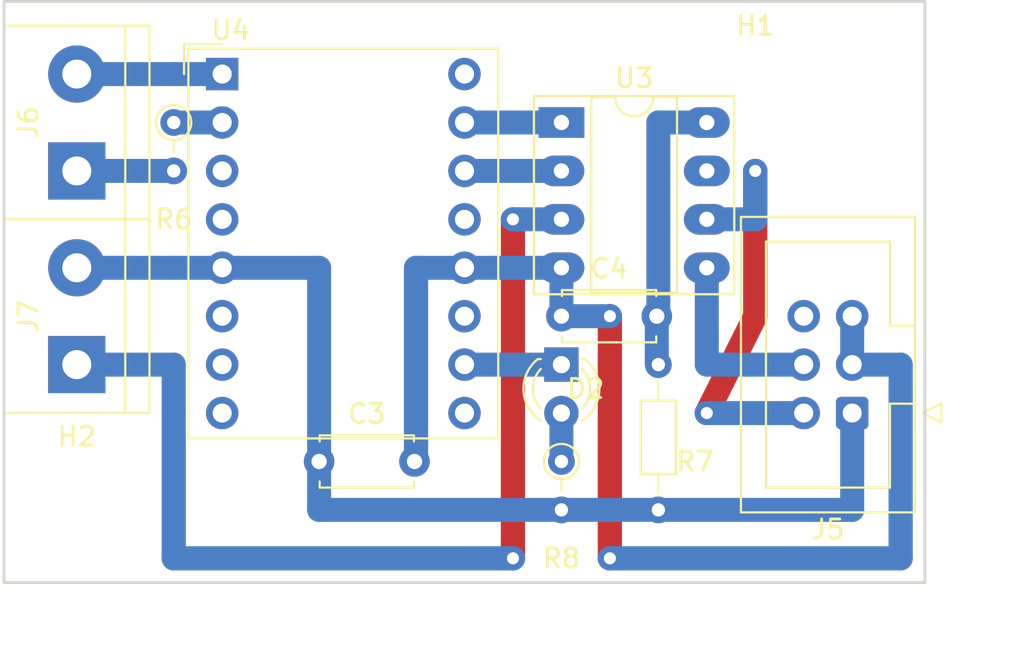
<source format=kicad_pcb>
(kicad_pcb (version 20171130) (host pcbnew "(5.1.9)-1")

  (general
    (thickness 1.6)
    (drawings 7)
    (tracks 52)
    (zones 0)
    (modules 13)
    (nets 14)
  )

  (page A4)
  (layers
    (0 F.Cu signal)
    (31 B.Cu signal)
    (32 B.Adhes user)
    (33 F.Adhes user)
    (34 B.Paste user)
    (35 F.Paste user)
    (36 B.SilkS user)
    (37 F.SilkS user)
    (38 B.Mask user)
    (39 F.Mask user)
    (40 Dwgs.User user)
    (41 Cmts.User user)
    (42 Eco1.User user)
    (43 Eco2.User user)
    (44 Edge.Cuts user)
    (45 Margin user)
    (46 B.CrtYd user)
    (47 F.CrtYd user)
    (48 B.Fab user hide)
    (49 F.Fab user hide)
  )

  (setup
    (last_trace_width 0.25)
    (user_trace_width 1.27)
    (trace_clearance 0.2)
    (zone_clearance 0.508)
    (zone_45_only no)
    (trace_min 0.2)
    (via_size 0.8)
    (via_drill 0.4)
    (via_min_size 0.4)
    (via_min_drill 0.3)
    (user_via 1.27 0.635)
    (uvia_size 0.3)
    (uvia_drill 0.1)
    (uvias_allowed no)
    (uvia_min_size 0.2)
    (uvia_min_drill 0.1)
    (edge_width 0.05)
    (segment_width 0.2)
    (pcb_text_width 0.3)
    (pcb_text_size 1.5 1.5)
    (mod_edge_width 0.12)
    (mod_text_size 1 1)
    (mod_text_width 0.15)
    (pad_size 1.524 1.524)
    (pad_drill 0.762)
    (pad_to_mask_clearance 0)
    (aux_axis_origin 0 0)
    (visible_elements 7FFDFFFF)
    (pcbplotparams
      (layerselection 0x00000_ffffffff)
      (usegerberextensions false)
      (usegerberattributes true)
      (usegerberadvancedattributes true)
      (creategerberjobfile true)
      (excludeedgelayer true)
      (linewidth 0.100000)
      (plotframeref false)
      (viasonmask false)
      (mode 1)
      (useauxorigin false)
      (hpglpennumber 1)
      (hpglpenspeed 20)
      (hpglpendiameter 15.000000)
      (psnegative false)
      (psa4output false)
      (plotreference true)
      (plotvalue true)
      (plotinvisibletext false)
      (padsonsilk false)
      (subtractmaskfromsilk false)
      (outputformat 4)
      (mirror false)
      (drillshape 0)
      (scaleselection 1)
      (outputdirectory "./"))
  )

  (net 0 "")
  (net 1 GNDD)
  (net 2 +5V)
  (net 3 "Net-(C4-Pad2)")
  (net 4 "Net-(D2-Pad2)")
  (net 5 "Net-(D2-Pad1)")
  (net 6 "Net-(J5-Pad4)")
  (net 7 "Net-(J5-Pad2)")
  (net 8 "Net-(J6-Pad2)")
  (net 9 "Net-(J6-Pad1)")
  (net 10 "Net-(R6-Pad1)")
  (net 11 "Net-(U3-Pad2)")
  (net 12 "Net-(U3-Pad1)")
  (net 13 "Net-(J7-Pad1)")

  (net_class Default "This is the default net class."
    (clearance 0.2)
    (trace_width 0.25)
    (via_dia 0.8)
    (via_drill 0.4)
    (uvia_dia 0.3)
    (uvia_drill 0.1)
    (add_net +5V)
    (add_net GNDD)
    (add_net "Net-(C4-Pad2)")
    (add_net "Net-(D2-Pad1)")
    (add_net "Net-(D2-Pad2)")
    (add_net "Net-(J5-Pad2)")
    (add_net "Net-(J5-Pad4)")
    (add_net "Net-(J6-Pad1)")
    (add_net "Net-(J6-Pad2)")
    (add_net "Net-(J7-Pad1)")
    (add_net "Net-(R6-Pad1)")
    (add_net "Net-(U3-Pad1)")
    (add_net "Net-(U3-Pad2)")
  )

  (module Display_7Segment:DA04-11SEKWA (layer F.Cu) (tedit 5A02FE84) (tstamp 6060019E)
    (at 162.56 88.9)
    (descr "http://www.kingbright.com/attachments/file/psearch/000/00/00/DA04-11SEKWA(Ver.9A).pdf")
    (tags "Dubble digit super bright orange 7 segment LED display")
    (path /6060DE6A)
    (fp_text reference U4 (at 0.45 -2.31) (layer F.SilkS)
      (effects (font (size 1 1) (thickness 0.15)))
    )
    (fp_text value PFS173-S16 (at 4.1 20.3) (layer F.Fab)
      (effects (font (size 1 1) (thickness 0.15)))
    )
    (fp_line (start -1.65 18.99) (end -1.65 -0.21) (layer F.Fab) (width 0.1))
    (fp_line (start 14.35 18.99) (end -1.65 18.99) (layer F.Fab) (width 0.1))
    (fp_line (start 14.35 -1.21) (end 14.35 18.99) (layer F.Fab) (width 0.1))
    (fp_line (start -0.65 -1.21) (end 14.35 -1.21) (layer F.Fab) (width 0.1))
    (fp_line (start -1.77 19.11) (end -1.77 -1.33) (layer F.SilkS) (width 0.12))
    (fp_line (start 14.47 19.11) (end -1.77 19.11) (layer F.SilkS) (width 0.12))
    (fp_line (start 14.47 -1.33) (end 14.47 19.11) (layer F.SilkS) (width 0.12))
    (fp_line (start -1.77 -1.33) (end 14.47 -1.33) (layer F.SilkS) (width 0.12))
    (fp_line (start -1.65 -0.21) (end -0.65 -1.21) (layer F.Fab) (width 0.1))
    (fp_line (start -1.9 19.24) (end -1.9 -1.46) (layer F.CrtYd) (width 0.05))
    (fp_line (start 14.6 19.24) (end -1.9 19.24) (layer F.CrtYd) (width 0.05))
    (fp_line (start 14.6 -1.46) (end 14.6 19.24) (layer F.CrtYd) (width 0.05))
    (fp_line (start -1.9 -1.46) (end 14.6 -1.46) (layer F.CrtYd) (width 0.05))
    (fp_line (start -2 -1.56) (end -2 0) (layer F.SilkS) (width 0.12))
    (fp_line (start -2 -1.56) (end 0 -1.56) (layer F.SilkS) (width 0.12))
    (fp_text user %R (at 7 9) (layer F.Fab)
      (effects (font (size 1 1) (thickness 0.15)))
    )
    (pad 16 thru_hole circle (at 12.7 0) (size 1.7 1.7) (drill 1) (layers *.Cu *.Mask))
    (pad 15 thru_hole circle (at 12.7 2.54) (size 1.7 1.7) (drill 1) (layers *.Cu *.Mask)
      (net 12 "Net-(U3-Pad1)"))
    (pad 14 thru_hole circle (at 12.7 5.08) (size 1.7 1.7) (drill 1) (layers *.Cu *.Mask)
      (net 11 "Net-(U3-Pad2)"))
    (pad 13 thru_hole circle (at 12.7 7.62) (size 1.7 1.7) (drill 1) (layers *.Cu *.Mask))
    (pad 12 thru_hole circle (at 12.7 10.16) (size 1.7 1.7) (drill 1) (layers *.Cu *.Mask)
      (net 1 GNDD))
    (pad 11 thru_hole circle (at 12.7 12.7) (size 1.7 1.7) (drill 1) (layers *.Cu *.Mask))
    (pad 10 thru_hole circle (at 12.7 15.24) (size 1.7 1.7) (drill 1) (layers *.Cu *.Mask)
      (net 5 "Net-(D2-Pad1)"))
    (pad 9 thru_hole circle (at 12.7 17.78) (size 1.7 1.7) (drill 1) (layers *.Cu *.Mask))
    (pad 8 thru_hole circle (at 0 17.78) (size 1.7 1.7) (drill 1) (layers *.Cu *.Mask))
    (pad 7 thru_hole circle (at 0 15.24) (size 1.7 1.7) (drill 1) (layers *.Cu *.Mask))
    (pad 6 thru_hole circle (at 0 12.7) (size 1.7 1.7) (drill 1) (layers *.Cu *.Mask))
    (pad 5 thru_hole circle (at 0 10.16) (size 1.7 1.7) (drill 1) (layers *.Cu *.Mask)
      (net 2 +5V))
    (pad 4 thru_hole circle (at 0 7.62) (size 1.7 1.7) (drill 1) (layers *.Cu *.Mask))
    (pad 3 thru_hole circle (at 0 5.08) (size 1.7 1.7) (drill 1) (layers *.Cu *.Mask))
    (pad 2 thru_hole circle (at 0 2.54) (size 1.7 1.7) (drill 1) (layers *.Cu *.Mask)
      (net 10 "Net-(R6-Pad1)"))
    (pad 1 thru_hole rect (at 0 0) (size 1.7 1.7) (drill 1) (layers *.Cu *.Mask)
      (net 8 "Net-(J6-Pad2)"))
    (model ${KISYS3DMOD}/Display_7Segment.3dshapes/DA04-11SEKWA.wrl
      (at (xyz 0 0 0))
      (scale (xyz 1 1 1))
      (rotate (xyz 0 0 0))
    )
  )

  (module MountingHole:MountingHole_3.2mm_M3_ISO7380 (layer F.Cu) (tedit 56D1B4CB) (tstamp 606001EB)
    (at 154.94 111.76)
    (descr "Mounting Hole 3.2mm, no annular, M3, ISO7380")
    (tags "mounting hole 3.2mm no annular m3 iso7380")
    (path /60631085)
    (attr virtual)
    (fp_text reference H2 (at 0 -3.85) (layer F.SilkS)
      (effects (font (size 1 1) (thickness 0.15)))
    )
    (fp_text value MountingHole (at 0 3.85) (layer F.Fab)
      (effects (font (size 1 1) (thickness 0.15)))
    )
    (fp_circle (center 0 0) (end 3.1 0) (layer F.CrtYd) (width 0.05))
    (fp_circle (center 0 0) (end 2.85 0) (layer Cmts.User) (width 0.15))
    (fp_text user %R (at 0.3 0) (layer F.Fab)
      (effects (font (size 1 1) (thickness 0.15)))
    )
    (pad 1 np_thru_hole circle (at 0 0) (size 3.2 3.2) (drill 3.2) (layers *.Cu *.Mask))
  )

  (module MountingHole:MountingHole_3.2mm_M3_ISO7380 (layer F.Cu) (tedit 56D1B4CB) (tstamp 606009A2)
    (at 195.58 88.9)
    (descr "Mounting Hole 3.2mm, no annular, M3, ISO7380")
    (tags "mounting hole 3.2mm no annular m3 iso7380")
    (path /60630A01)
    (attr virtual)
    (fp_text reference H1 (at -5.08 -2.54) (layer F.SilkS)
      (effects (font (size 1 1) (thickness 0.15)))
    )
    (fp_text value MountingHole (at 0 3.85) (layer F.Fab)
      (effects (font (size 1 1) (thickness 0.15)))
    )
    (fp_circle (center 0 0) (end 3.1 0) (layer F.CrtYd) (width 0.05))
    (fp_circle (center 0 0) (end 2.85 0) (layer Cmts.User) (width 0.15))
    (fp_text user %R (at 0.3 0) (layer F.Fab)
      (effects (font (size 1 1) (thickness 0.15)))
    )
    (pad 1 np_thru_hole circle (at 0 0) (size 3.2 3.2) (drill 3.2) (layers *.Cu *.Mask))
  )

  (module Resistor_THT:R_Axial_DIN0204_L3.6mm_D1.6mm_P2.54mm_Vertical (layer F.Cu) (tedit 5AE5139B) (tstamp 60600117)
    (at 180.34 109.22 270)
    (descr "Resistor, Axial_DIN0204 series, Axial, Vertical, pin pitch=2.54mm, 0.167W, length*diameter=3.6*1.6mm^2, http://cdn-reichelt.de/documents/datenblatt/B400/1_4W%23YAG.pdf")
    (tags "Resistor Axial_DIN0204 series Axial Vertical pin pitch 2.54mm 0.167W length 3.6mm diameter 1.6mm")
    (path /6060DEB0)
    (fp_text reference R8 (at 5.08 0 180) (layer F.SilkS)
      (effects (font (size 1 1) (thickness 0.15)))
    )
    (fp_text value 1k (at 1.27 1.92 90) (layer F.Fab)
      (effects (font (size 1 1) (thickness 0.15)))
    )
    (fp_line (start 3.49 -1.05) (end -1.05 -1.05) (layer F.CrtYd) (width 0.05))
    (fp_line (start 3.49 1.05) (end 3.49 -1.05) (layer F.CrtYd) (width 0.05))
    (fp_line (start -1.05 1.05) (end 3.49 1.05) (layer F.CrtYd) (width 0.05))
    (fp_line (start -1.05 -1.05) (end -1.05 1.05) (layer F.CrtYd) (width 0.05))
    (fp_line (start 0.92 0) (end 1.54 0) (layer F.SilkS) (width 0.12))
    (fp_line (start 0 0) (end 2.54 0) (layer F.Fab) (width 0.1))
    (fp_circle (center 0 0) (end 0.92 0) (layer F.SilkS) (width 0.12))
    (fp_circle (center 0 0) (end 0.8 0) (layer F.Fab) (width 0.1))
    (fp_text user %R (at 1.27 -1.92 90) (layer F.Fab)
      (effects (font (size 1 1) (thickness 0.15)))
    )
    (pad 2 thru_hole oval (at 2.54 0 270) (size 1.4 1.4) (drill 0.7) (layers *.Cu *.Mask)
      (net 2 +5V))
    (pad 1 thru_hole circle (at 0 0 270) (size 1.4 1.4) (drill 0.7) (layers *.Cu *.Mask)
      (net 4 "Net-(D2-Pad2)"))
    (model ${KISYS3DMOD}/Resistor_THT.3dshapes/R_Axial_DIN0204_L3.6mm_D1.6mm_P2.54mm_Vertical.wrl
      (at (xyz 0 0 0))
      (scale (xyz 1 1 1))
      (rotate (xyz 0 0 0))
    )
  )

  (module Resistor_THT:R_Axial_DIN0204_L3.6mm_D1.6mm_P7.62mm_Horizontal (layer F.Cu) (tedit 5AE5139B) (tstamp 6060014C)
    (at 185.42 104.14 270)
    (descr "Resistor, Axial_DIN0204 series, Axial, Horizontal, pin pitch=7.62mm, 0.167W, length*diameter=3.6*1.6mm^2, http://cdn-reichelt.de/documents/datenblatt/B400/1_4W%23YAG.pdf")
    (tags "Resistor Axial_DIN0204 series Axial Horizontal pin pitch 7.62mm 0.167W length 3.6mm diameter 1.6mm")
    (path /6060DE8B)
    (fp_text reference R7 (at 5.08 -1.92 180) (layer F.SilkS)
      (effects (font (size 1 1) (thickness 0.15)))
    )
    (fp_text value 150 (at 3.81 1.92 90) (layer F.Fab)
      (effects (font (size 1 1) (thickness 0.15)))
    )
    (fp_line (start 8.57 -1.05) (end -0.95 -1.05) (layer F.CrtYd) (width 0.05))
    (fp_line (start 8.57 1.05) (end 8.57 -1.05) (layer F.CrtYd) (width 0.05))
    (fp_line (start -0.95 1.05) (end 8.57 1.05) (layer F.CrtYd) (width 0.05))
    (fp_line (start -0.95 -1.05) (end -0.95 1.05) (layer F.CrtYd) (width 0.05))
    (fp_line (start 6.68 0) (end 5.73 0) (layer F.SilkS) (width 0.12))
    (fp_line (start 0.94 0) (end 1.89 0) (layer F.SilkS) (width 0.12))
    (fp_line (start 5.73 -0.92) (end 1.89 -0.92) (layer F.SilkS) (width 0.12))
    (fp_line (start 5.73 0.92) (end 5.73 -0.92) (layer F.SilkS) (width 0.12))
    (fp_line (start 1.89 0.92) (end 5.73 0.92) (layer F.SilkS) (width 0.12))
    (fp_line (start 1.89 -0.92) (end 1.89 0.92) (layer F.SilkS) (width 0.12))
    (fp_line (start 7.62 0) (end 5.61 0) (layer F.Fab) (width 0.1))
    (fp_line (start 0 0) (end 2.01 0) (layer F.Fab) (width 0.1))
    (fp_line (start 5.61 -0.8) (end 2.01 -0.8) (layer F.Fab) (width 0.1))
    (fp_line (start 5.61 0.8) (end 5.61 -0.8) (layer F.Fab) (width 0.1))
    (fp_line (start 2.01 0.8) (end 5.61 0.8) (layer F.Fab) (width 0.1))
    (fp_line (start 2.01 -0.8) (end 2.01 0.8) (layer F.Fab) (width 0.1))
    (fp_text user %R (at 3.81 0 90) (layer F.Fab)
      (effects (font (size 0.72 0.72) (thickness 0.108)))
    )
    (pad 2 thru_hole oval (at 7.62 0 270) (size 1.4 1.4) (drill 0.7) (layers *.Cu *.Mask)
      (net 2 +5V))
    (pad 1 thru_hole circle (at 0 0 270) (size 1.4 1.4) (drill 0.7) (layers *.Cu *.Mask)
      (net 3 "Net-(C4-Pad2)"))
    (model ${KISYS3DMOD}/Resistor_THT.3dshapes/R_Axial_DIN0204_L3.6mm_D1.6mm_P7.62mm_Horizontal.wrl
      (at (xyz 0 0 0))
      (scale (xyz 1 1 1))
      (rotate (xyz 0 0 0))
    )
  )

  (module Package_DIP:DIP-8_W7.62mm_Socket_LongPads (layer F.Cu) (tedit 5A02E8C5) (tstamp 60600261)
    (at 180.34 91.44)
    (descr "8-lead though-hole mounted DIP package, row spacing 7.62 mm (300 mils), Socket, LongPads")
    (tags "THT DIP DIL PDIP 2.54mm 7.62mm 300mil Socket LongPads")
    (path /6060DE64)
    (fp_text reference U3 (at 3.81 -2.33) (layer F.SilkS)
      (effects (font (size 1 1) (thickness 0.15)))
    )
    (fp_text value WS2811 (at 3.81 9.95) (layer F.Fab)
      (effects (font (size 1 1) (thickness 0.15)))
    )
    (fp_line (start 9.15 -1.6) (end -1.55 -1.6) (layer F.CrtYd) (width 0.05))
    (fp_line (start 9.15 9.2) (end 9.15 -1.6) (layer F.CrtYd) (width 0.05))
    (fp_line (start -1.55 9.2) (end 9.15 9.2) (layer F.CrtYd) (width 0.05))
    (fp_line (start -1.55 -1.6) (end -1.55 9.2) (layer F.CrtYd) (width 0.05))
    (fp_line (start 9.06 -1.39) (end -1.44 -1.39) (layer F.SilkS) (width 0.12))
    (fp_line (start 9.06 9.01) (end 9.06 -1.39) (layer F.SilkS) (width 0.12))
    (fp_line (start -1.44 9.01) (end 9.06 9.01) (layer F.SilkS) (width 0.12))
    (fp_line (start -1.44 -1.39) (end -1.44 9.01) (layer F.SilkS) (width 0.12))
    (fp_line (start 6.06 -1.33) (end 4.81 -1.33) (layer F.SilkS) (width 0.12))
    (fp_line (start 6.06 8.95) (end 6.06 -1.33) (layer F.SilkS) (width 0.12))
    (fp_line (start 1.56 8.95) (end 6.06 8.95) (layer F.SilkS) (width 0.12))
    (fp_line (start 1.56 -1.33) (end 1.56 8.95) (layer F.SilkS) (width 0.12))
    (fp_line (start 2.81 -1.33) (end 1.56 -1.33) (layer F.SilkS) (width 0.12))
    (fp_line (start 8.89 -1.33) (end -1.27 -1.33) (layer F.Fab) (width 0.1))
    (fp_line (start 8.89 8.95) (end 8.89 -1.33) (layer F.Fab) (width 0.1))
    (fp_line (start -1.27 8.95) (end 8.89 8.95) (layer F.Fab) (width 0.1))
    (fp_line (start -1.27 -1.33) (end -1.27 8.95) (layer F.Fab) (width 0.1))
    (fp_line (start 0.635 -0.27) (end 1.635 -1.27) (layer F.Fab) (width 0.1))
    (fp_line (start 0.635 8.89) (end 0.635 -0.27) (layer F.Fab) (width 0.1))
    (fp_line (start 6.985 8.89) (end 0.635 8.89) (layer F.Fab) (width 0.1))
    (fp_line (start 6.985 -1.27) (end 6.985 8.89) (layer F.Fab) (width 0.1))
    (fp_line (start 1.635 -1.27) (end 6.985 -1.27) (layer F.Fab) (width 0.1))
    (fp_text user %R (at 3.81 3.81) (layer F.Fab)
      (effects (font (size 1 1) (thickness 0.15)))
    )
    (fp_arc (start 3.81 -1.33) (end 2.81 -1.33) (angle -180) (layer F.SilkS) (width 0.12))
    (pad 8 thru_hole oval (at 7.62 0) (size 2.4 1.6) (drill 0.8) (layers *.Cu *.Mask)
      (net 3 "Net-(C4-Pad2)"))
    (pad 4 thru_hole oval (at 0 7.62) (size 2.4 1.6) (drill 0.8) (layers *.Cu *.Mask)
      (net 1 GNDD))
    (pad 7 thru_hole oval (at 7.62 2.54) (size 2.4 1.6) (drill 0.8) (layers *.Cu *.Mask))
    (pad 3 thru_hole oval (at 0 5.08) (size 2.4 1.6) (drill 0.8) (layers *.Cu *.Mask)
      (net 13 "Net-(J7-Pad1)"))
    (pad 6 thru_hole oval (at 7.62 5.08) (size 2.4 1.6) (drill 0.8) (layers *.Cu *.Mask)
      (net 7 "Net-(J5-Pad2)"))
    (pad 2 thru_hole oval (at 0 2.54) (size 2.4 1.6) (drill 0.8) (layers *.Cu *.Mask)
      (net 11 "Net-(U3-Pad2)"))
    (pad 5 thru_hole oval (at 7.62 7.62) (size 2.4 1.6) (drill 0.8) (layers *.Cu *.Mask)
      (net 6 "Net-(J5-Pad4)"))
    (pad 1 thru_hole rect (at 0 0) (size 2.4 1.6) (drill 0.8) (layers *.Cu *.Mask)
      (net 12 "Net-(U3-Pad1)"))
    (model ${KISYS3DMOD}/Package_DIP.3dshapes/DIP-8_W7.62mm_Socket.wrl
      (at (xyz 0 0 0))
      (scale (xyz 1 1 1))
      (rotate (xyz 0 0 0))
    )
  )

  (module Resistor_THT:R_Axial_DIN0204_L3.6mm_D1.6mm_P2.54mm_Vertical (layer F.Cu) (tedit 5AE5139B) (tstamp 6060032D)
    (at 160.02 91.44 270)
    (descr "Resistor, Axial_DIN0204 series, Axial, Vertical, pin pitch=2.54mm, 0.167W, length*diameter=3.6*1.6mm^2, http://cdn-reichelt.de/documents/datenblatt/B400/1_4W%23YAG.pdf")
    (tags "Resistor Axial_DIN0204 series Axial Vertical pin pitch 2.54mm 0.167W length 3.6mm diameter 1.6mm")
    (path /6060DEFE)
    (fp_text reference R6 (at 5.08 0) (layer F.SilkS)
      (effects (font (size 1 1) (thickness 0.15)))
    )
    (fp_text value 680 (at 1.27 1.92 270) (layer F.Fab)
      (effects (font (size 1 1) (thickness 0.15)))
    )
    (fp_line (start 3.49 -1.05) (end -1.05 -1.05) (layer F.CrtYd) (width 0.05))
    (fp_line (start 3.49 1.05) (end 3.49 -1.05) (layer F.CrtYd) (width 0.05))
    (fp_line (start -1.05 1.05) (end 3.49 1.05) (layer F.CrtYd) (width 0.05))
    (fp_line (start -1.05 -1.05) (end -1.05 1.05) (layer F.CrtYd) (width 0.05))
    (fp_line (start 0.92 0) (end 1.54 0) (layer F.SilkS) (width 0.12))
    (fp_line (start 0 0) (end 2.54 0) (layer F.Fab) (width 0.1))
    (fp_circle (center 0 0) (end 0.92 0) (layer F.SilkS) (width 0.12))
    (fp_circle (center 0 0) (end 0.8 0) (layer F.Fab) (width 0.1))
    (fp_text user %R (at 1.27 -1.92 270) (layer F.Fab)
      (effects (font (size 1 1) (thickness 0.15)))
    )
    (pad 2 thru_hole oval (at 2.54 0 270) (size 1.4 1.4) (drill 0.7) (layers *.Cu *.Mask)
      (net 9 "Net-(J6-Pad1)"))
    (pad 1 thru_hole circle (at 0 0 270) (size 1.4 1.4) (drill 0.7) (layers *.Cu *.Mask)
      (net 10 "Net-(R6-Pad1)"))
    (model ${KISYS3DMOD}/Resistor_THT.3dshapes/R_Axial_DIN0204_L3.6mm_D1.6mm_P2.54mm_Vertical.wrl
      (at (xyz 0 0 0))
      (scale (xyz 1 1 1))
      (rotate (xyz 0 0 0))
    )
  )

  (module Capacitor_THT:C_Disc_D4.7mm_W2.5mm_P5.00mm (layer F.Cu) (tedit 5AE50EF0) (tstamp 606002BB)
    (at 180.34 101.6)
    (descr "C, Disc series, Radial, pin pitch=5.00mm, , diameter*width=4.7*2.5mm^2, Capacitor, http://www.vishay.com/docs/45233/krseries.pdf")
    (tags "C Disc series Radial pin pitch 5.00mm  diameter 4.7mm width 2.5mm Capacitor")
    (path /6060DE93)
    (fp_text reference C4 (at 2.5 -2.5) (layer F.SilkS)
      (effects (font (size 1 1) (thickness 0.15)))
    )
    (fp_text value 100n (at 2.5 2.5) (layer F.Fab)
      (effects (font (size 1 1) (thickness 0.15)))
    )
    (fp_line (start 6.05 -1.5) (end -1.05 -1.5) (layer F.CrtYd) (width 0.05))
    (fp_line (start 6.05 1.5) (end 6.05 -1.5) (layer F.CrtYd) (width 0.05))
    (fp_line (start -1.05 1.5) (end 6.05 1.5) (layer F.CrtYd) (width 0.05))
    (fp_line (start -1.05 -1.5) (end -1.05 1.5) (layer F.CrtYd) (width 0.05))
    (fp_line (start 4.97 1.055) (end 4.97 1.37) (layer F.SilkS) (width 0.12))
    (fp_line (start 4.97 -1.37) (end 4.97 -1.055) (layer F.SilkS) (width 0.12))
    (fp_line (start 0.03 1.055) (end 0.03 1.37) (layer F.SilkS) (width 0.12))
    (fp_line (start 0.03 -1.37) (end 0.03 -1.055) (layer F.SilkS) (width 0.12))
    (fp_line (start 0.03 1.37) (end 4.97 1.37) (layer F.SilkS) (width 0.12))
    (fp_line (start 0.03 -1.37) (end 4.97 -1.37) (layer F.SilkS) (width 0.12))
    (fp_line (start 4.85 -1.25) (end 0.15 -1.25) (layer F.Fab) (width 0.1))
    (fp_line (start 4.85 1.25) (end 4.85 -1.25) (layer F.Fab) (width 0.1))
    (fp_line (start 0.15 1.25) (end 4.85 1.25) (layer F.Fab) (width 0.1))
    (fp_line (start 0.15 -1.25) (end 0.15 1.25) (layer F.Fab) (width 0.1))
    (fp_text user %R (at 2.5 0) (layer F.Fab)
      (effects (font (size 0.94 0.94) (thickness 0.141)))
    )
    (pad 2 thru_hole circle (at 5 0) (size 1.6 1.6) (drill 0.8) (layers *.Cu *.Mask)
      (net 3 "Net-(C4-Pad2)"))
    (pad 1 thru_hole circle (at 0 0) (size 1.6 1.6) (drill 0.8) (layers *.Cu *.Mask)
      (net 1 GNDD))
    (model ${KISYS3DMOD}/Capacitor_THT.3dshapes/C_Disc_D4.7mm_W2.5mm_P5.00mm.wrl
      (at (xyz 0 0 0))
      (scale (xyz 1 1 1))
      (rotate (xyz 0 0 0))
    )
  )

  (module Capacitor_THT:C_Disc_D4.7mm_W2.5mm_P5.00mm (layer F.Cu) (tedit 5AE50EF0) (tstamp 606002F7)
    (at 167.64 109.22)
    (descr "C, Disc series, Radial, pin pitch=5.00mm, , diameter*width=4.7*2.5mm^2, Capacitor, http://www.vishay.com/docs/45233/krseries.pdf")
    (tags "C Disc series Radial pin pitch 5.00mm  diameter 4.7mm width 2.5mm Capacitor")
    (path /6060DEDC)
    (fp_text reference C3 (at 2.5 -2.5) (layer F.SilkS)
      (effects (font (size 1 1) (thickness 0.15)))
    )
    (fp_text value 100n (at 2.5 2.5) (layer F.Fab)
      (effects (font (size 1 1) (thickness 0.15)))
    )
    (fp_line (start 6.05 -1.5) (end -1.05 -1.5) (layer F.CrtYd) (width 0.05))
    (fp_line (start 6.05 1.5) (end 6.05 -1.5) (layer F.CrtYd) (width 0.05))
    (fp_line (start -1.05 1.5) (end 6.05 1.5) (layer F.CrtYd) (width 0.05))
    (fp_line (start -1.05 -1.5) (end -1.05 1.5) (layer F.CrtYd) (width 0.05))
    (fp_line (start 4.97 1.055) (end 4.97 1.37) (layer F.SilkS) (width 0.12))
    (fp_line (start 4.97 -1.37) (end 4.97 -1.055) (layer F.SilkS) (width 0.12))
    (fp_line (start 0.03 1.055) (end 0.03 1.37) (layer F.SilkS) (width 0.12))
    (fp_line (start 0.03 -1.37) (end 0.03 -1.055) (layer F.SilkS) (width 0.12))
    (fp_line (start 0.03 1.37) (end 4.97 1.37) (layer F.SilkS) (width 0.12))
    (fp_line (start 0.03 -1.37) (end 4.97 -1.37) (layer F.SilkS) (width 0.12))
    (fp_line (start 4.85 -1.25) (end 0.15 -1.25) (layer F.Fab) (width 0.1))
    (fp_line (start 4.85 1.25) (end 4.85 -1.25) (layer F.Fab) (width 0.1))
    (fp_line (start 0.15 1.25) (end 4.85 1.25) (layer F.Fab) (width 0.1))
    (fp_line (start 0.15 -1.25) (end 0.15 1.25) (layer F.Fab) (width 0.1))
    (fp_text user %R (at 2.5 0) (layer F.Fab)
      (effects (font (size 0.94 0.94) (thickness 0.141)))
    )
    (pad 2 thru_hole circle (at 5 0) (size 1.6 1.6) (drill 0.8) (layers *.Cu *.Mask)
      (net 1 GNDD))
    (pad 1 thru_hole circle (at 0 0) (size 1.6 1.6) (drill 0.8) (layers *.Cu *.Mask)
      (net 2 +5V))
    (model ${KISYS3DMOD}/Capacitor_THT.3dshapes/C_Disc_D4.7mm_W2.5mm_P5.00mm.wrl
      (at (xyz 0 0 0))
      (scale (xyz 1 1 1))
      (rotate (xyz 0 0 0))
    )
  )

  (module TerminalBlock:TerminalBlock_bornier-2_P5.08mm (layer F.Cu) (tedit 59FF03AB) (tstamp 60600459)
    (at 154.94 104.14 90)
    (descr "simple 2-pin terminal block, pitch 5.08mm, revamped version of bornier2")
    (tags "terminal block bornier2")
    (path /6060DEBE)
    (fp_text reference J7 (at 2.54 -2.54 90) (layer F.SilkS)
      (effects (font (size 1 1) (thickness 0.15)))
    )
    (fp_text value Conn_01x02 (at 2.54 5.08 90) (layer F.Fab)
      (effects (font (size 1 1) (thickness 0.15)))
    )
    (fp_line (start -2.41 2.55) (end 7.49 2.55) (layer F.Fab) (width 0.1))
    (fp_line (start -2.46 -3.75) (end -2.46 3.75) (layer F.Fab) (width 0.1))
    (fp_line (start -2.46 3.75) (end 7.54 3.75) (layer F.Fab) (width 0.1))
    (fp_line (start 7.54 3.75) (end 7.54 -3.75) (layer F.Fab) (width 0.1))
    (fp_line (start 7.54 -3.75) (end -2.46 -3.75) (layer F.Fab) (width 0.1))
    (fp_line (start 7.62 2.54) (end -2.54 2.54) (layer F.SilkS) (width 0.12))
    (fp_line (start 7.62 3.81) (end 7.62 -3.81) (layer F.SilkS) (width 0.12))
    (fp_line (start 7.62 -3.81) (end -2.54 -3.81) (layer F.SilkS) (width 0.12))
    (fp_line (start -2.54 -3.81) (end -2.54 3.81) (layer F.SilkS) (width 0.12))
    (fp_line (start -2.54 3.81) (end 7.62 3.81) (layer F.SilkS) (width 0.12))
    (fp_line (start -2.71 -4) (end 7.79 -4) (layer F.CrtYd) (width 0.05))
    (fp_line (start -2.71 -4) (end -2.71 4) (layer F.CrtYd) (width 0.05))
    (fp_line (start 7.79 4) (end 7.79 -4) (layer F.CrtYd) (width 0.05))
    (fp_line (start 7.79 4) (end -2.71 4) (layer F.CrtYd) (width 0.05))
    (fp_text user %R (at 2.54 0 90) (layer F.Fab)
      (effects (font (size 1 1) (thickness 0.15)))
    )
    (pad 2 thru_hole circle (at 5.08 0 90) (size 3 3) (drill 1.52) (layers *.Cu *.Mask)
      (net 2 +5V))
    (pad 1 thru_hole rect (at 0 0 90) (size 3 3) (drill 1.52) (layers *.Cu *.Mask)
      (net 13 "Net-(J7-Pad1)"))
    (model ${KISYS3DMOD}/TerminalBlock.3dshapes/TerminalBlock_bornier-2_P5.08mm.wrl
      (offset (xyz 2.539999961853027 0 0))
      (scale (xyz 1 1 1))
      (rotate (xyz 0 0 0))
    )
  )

  (module TerminalBlock:TerminalBlock_bornier-2_P5.08mm (layer F.Cu) (tedit 59FF03AB) (tstamp 6060039F)
    (at 154.94 93.98 90)
    (descr "simple 2-pin terminal block, pitch 5.08mm, revamped version of bornier2")
    (tags "terminal block bornier2")
    (path /6060DE7E)
    (fp_text reference J6 (at 2.54 -2.54 90) (layer F.SilkS)
      (effects (font (size 1 1) (thickness 0.15)))
    )
    (fp_text value Conn_01x02 (at 2.54 5.08 90) (layer F.Fab)
      (effects (font (size 1 1) (thickness 0.15)))
    )
    (fp_line (start -2.41 2.55) (end 7.49 2.55) (layer F.Fab) (width 0.1))
    (fp_line (start -2.46 -3.75) (end -2.46 3.75) (layer F.Fab) (width 0.1))
    (fp_line (start -2.46 3.75) (end 7.54 3.75) (layer F.Fab) (width 0.1))
    (fp_line (start 7.54 3.75) (end 7.54 -3.75) (layer F.Fab) (width 0.1))
    (fp_line (start 7.54 -3.75) (end -2.46 -3.75) (layer F.Fab) (width 0.1))
    (fp_line (start 7.62 2.54) (end -2.54 2.54) (layer F.SilkS) (width 0.12))
    (fp_line (start 7.62 3.81) (end 7.62 -3.81) (layer F.SilkS) (width 0.12))
    (fp_line (start 7.62 -3.81) (end -2.54 -3.81) (layer F.SilkS) (width 0.12))
    (fp_line (start -2.54 -3.81) (end -2.54 3.81) (layer F.SilkS) (width 0.12))
    (fp_line (start -2.54 3.81) (end 7.62 3.81) (layer F.SilkS) (width 0.12))
    (fp_line (start -2.71 -4) (end 7.79 -4) (layer F.CrtYd) (width 0.05))
    (fp_line (start -2.71 -4) (end -2.71 4) (layer F.CrtYd) (width 0.05))
    (fp_line (start 7.79 4) (end 7.79 -4) (layer F.CrtYd) (width 0.05))
    (fp_line (start 7.79 4) (end -2.71 4) (layer F.CrtYd) (width 0.05))
    (fp_text user %R (at 2.54 0 90) (layer F.Fab)
      (effects (font (size 1 1) (thickness 0.15)))
    )
    (pad 2 thru_hole circle (at 5.08 0 90) (size 3 3) (drill 1.52) (layers *.Cu *.Mask)
      (net 8 "Net-(J6-Pad2)"))
    (pad 1 thru_hole rect (at 0 0 90) (size 3 3) (drill 1.52) (layers *.Cu *.Mask)
      (net 9 "Net-(J6-Pad1)"))
    (model ${KISYS3DMOD}/TerminalBlock.3dshapes/TerminalBlock_bornier-2_P5.08mm.wrl
      (offset (xyz 2.539999961853027 0 0))
      (scale (xyz 1 1 1))
      (rotate (xyz 0 0 0))
    )
  )

  (module Connector_IDC:IDC-Header_2x03_P2.54mm_Vertical (layer F.Cu) (tedit 5EAC9A07) (tstamp 606003F1)
    (at 195.58 106.68 180)
    (descr "Through hole IDC box header, 2x03, 2.54mm pitch, DIN 41651 / IEC 60603-13, double rows, https://docs.google.com/spreadsheets/d/16SsEcesNF15N3Lb4niX7dcUr-NY5_MFPQhobNuNppn4/edit#gid=0")
    (tags "Through hole vertical IDC box header THT 2x03 2.54mm double row")
    (path /6060DEED)
    (fp_text reference J5 (at 1.27 -6.1) (layer F.SilkS)
      (effects (font (size 1 1) (thickness 0.15)))
    )
    (fp_text value Conn_02x03_Odd_Even (at 1.27 11.18) (layer F.Fab)
      (effects (font (size 1 1) (thickness 0.15)))
    )
    (fp_line (start -3.18 -4.1) (end -2.18 -5.1) (layer F.Fab) (width 0.1))
    (fp_line (start -2.18 -5.1) (end 5.72 -5.1) (layer F.Fab) (width 0.1))
    (fp_line (start 5.72 -5.1) (end 5.72 10.18) (layer F.Fab) (width 0.1))
    (fp_line (start 5.72 10.18) (end -3.18 10.18) (layer F.Fab) (width 0.1))
    (fp_line (start -3.18 10.18) (end -3.18 -4.1) (layer F.Fab) (width 0.1))
    (fp_line (start -3.18 0.49) (end -1.98 0.49) (layer F.Fab) (width 0.1))
    (fp_line (start -1.98 0.49) (end -1.98 -3.91) (layer F.Fab) (width 0.1))
    (fp_line (start -1.98 -3.91) (end 4.52 -3.91) (layer F.Fab) (width 0.1))
    (fp_line (start 4.52 -3.91) (end 4.52 8.99) (layer F.Fab) (width 0.1))
    (fp_line (start 4.52 8.99) (end -1.98 8.99) (layer F.Fab) (width 0.1))
    (fp_line (start -1.98 8.99) (end -1.98 4.59) (layer F.Fab) (width 0.1))
    (fp_line (start -1.98 4.59) (end -1.98 4.59) (layer F.Fab) (width 0.1))
    (fp_line (start -1.98 4.59) (end -3.18 4.59) (layer F.Fab) (width 0.1))
    (fp_line (start -3.29 -5.21) (end 5.83 -5.21) (layer F.SilkS) (width 0.12))
    (fp_line (start 5.83 -5.21) (end 5.83 10.29) (layer F.SilkS) (width 0.12))
    (fp_line (start 5.83 10.29) (end -3.29 10.29) (layer F.SilkS) (width 0.12))
    (fp_line (start -3.29 10.29) (end -3.29 -5.21) (layer F.SilkS) (width 0.12))
    (fp_line (start -3.29 0.49) (end -1.98 0.49) (layer F.SilkS) (width 0.12))
    (fp_line (start -1.98 0.49) (end -1.98 -3.91) (layer F.SilkS) (width 0.12))
    (fp_line (start -1.98 -3.91) (end 4.52 -3.91) (layer F.SilkS) (width 0.12))
    (fp_line (start 4.52 -3.91) (end 4.52 8.99) (layer F.SilkS) (width 0.12))
    (fp_line (start 4.52 8.99) (end -1.98 8.99) (layer F.SilkS) (width 0.12))
    (fp_line (start -1.98 8.99) (end -1.98 4.59) (layer F.SilkS) (width 0.12))
    (fp_line (start -1.98 4.59) (end -1.98 4.59) (layer F.SilkS) (width 0.12))
    (fp_line (start -1.98 4.59) (end -3.29 4.59) (layer F.SilkS) (width 0.12))
    (fp_line (start -3.68 0) (end -4.68 -0.5) (layer F.SilkS) (width 0.12))
    (fp_line (start -4.68 -0.5) (end -4.68 0.5) (layer F.SilkS) (width 0.12))
    (fp_line (start -4.68 0.5) (end -3.68 0) (layer F.SilkS) (width 0.12))
    (fp_line (start -3.68 -5.6) (end -3.68 10.69) (layer F.CrtYd) (width 0.05))
    (fp_line (start -3.68 10.69) (end 6.22 10.69) (layer F.CrtYd) (width 0.05))
    (fp_line (start 6.22 10.69) (end 6.22 -5.6) (layer F.CrtYd) (width 0.05))
    (fp_line (start 6.22 -5.6) (end -3.68 -5.6) (layer F.CrtYd) (width 0.05))
    (fp_text user %R (at 1.27 2.54 90) (layer F.Fab)
      (effects (font (size 1 1) (thickness 0.15)))
    )
    (pad 6 thru_hole circle (at 2.54 5.08 180) (size 1.7 1.7) (drill 1) (layers *.Cu *.Mask))
    (pad 4 thru_hole circle (at 2.54 2.54 180) (size 1.7 1.7) (drill 1) (layers *.Cu *.Mask)
      (net 6 "Net-(J5-Pad4)"))
    (pad 2 thru_hole circle (at 2.54 0 180) (size 1.7 1.7) (drill 1) (layers *.Cu *.Mask)
      (net 7 "Net-(J5-Pad2)"))
    (pad 5 thru_hole circle (at 0 5.08 180) (size 1.7 1.7) (drill 1) (layers *.Cu *.Mask)
      (net 1 GNDD))
    (pad 3 thru_hole circle (at 0 2.54 180) (size 1.7 1.7) (drill 1) (layers *.Cu *.Mask)
      (net 1 GNDD))
    (pad 1 thru_hole roundrect (at 0 0 180) (size 1.7 1.7) (drill 1) (layers *.Cu *.Mask) (roundrect_rratio 0.1470588235294118)
      (net 2 +5V))
    (model ${KISYS3DMOD}/Connector_IDC.3dshapes/IDC-Header_2x03_P2.54mm_Vertical.wrl
      (at (xyz 0 0 0))
      (scale (xyz 1 1 1))
      (rotate (xyz 0 0 0))
    )
  )

  (module LED_THT:LED_D3.0mm (layer F.Cu) (tedit 587A3A7B) (tstamp 60600367)
    (at 180.34 104.14 270)
    (descr "LED, diameter 3.0mm, 2 pins")
    (tags "LED diameter 3.0mm 2 pins")
    (path /6060DEA8)
    (fp_text reference D2 (at 1.27 -1.27 180) (layer F.SilkS)
      (effects (font (size 1 1) (thickness 0.15)))
    )
    (fp_text value LED (at 1.27 2.96 90) (layer F.Fab)
      (effects (font (size 1 1) (thickness 0.15)))
    )
    (fp_circle (center 1.27 0) (end 2.77 0) (layer F.Fab) (width 0.1))
    (fp_line (start -0.23 -1.16619) (end -0.23 1.16619) (layer F.Fab) (width 0.1))
    (fp_line (start -0.29 -1.236) (end -0.29 -1.08) (layer F.SilkS) (width 0.12))
    (fp_line (start -0.29 1.08) (end -0.29 1.236) (layer F.SilkS) (width 0.12))
    (fp_line (start -1.15 -2.25) (end -1.15 2.25) (layer F.CrtYd) (width 0.05))
    (fp_line (start -1.15 2.25) (end 3.7 2.25) (layer F.CrtYd) (width 0.05))
    (fp_line (start 3.7 2.25) (end 3.7 -2.25) (layer F.CrtYd) (width 0.05))
    (fp_line (start 3.7 -2.25) (end -1.15 -2.25) (layer F.CrtYd) (width 0.05))
    (fp_arc (start 1.27 0) (end 0.229039 1.08) (angle -87.9) (layer F.SilkS) (width 0.12))
    (fp_arc (start 1.27 0) (end 0.229039 -1.08) (angle 87.9) (layer F.SilkS) (width 0.12))
    (fp_arc (start 1.27 0) (end -0.29 1.235516) (angle -108.8) (layer F.SilkS) (width 0.12))
    (fp_arc (start 1.27 0) (end -0.29 -1.235516) (angle 108.8) (layer F.SilkS) (width 0.12))
    (fp_arc (start 1.27 0) (end -0.23 -1.16619) (angle 284.3) (layer F.Fab) (width 0.1))
    (pad 2 thru_hole circle (at 2.54 0 270) (size 1.8 1.8) (drill 0.9) (layers *.Cu *.Mask)
      (net 4 "Net-(D2-Pad2)"))
    (pad 1 thru_hole rect (at 0 0 270) (size 1.8 1.8) (drill 0.9) (layers *.Cu *.Mask)
      (net 5 "Net-(D2-Pad1)"))
    (model ${KISYS3DMOD}/LED_THT.3dshapes/LED_D3.0mm.wrl
      (at (xyz 0 0 0))
      (scale (xyz 1 1 1))
      (rotate (xyz 0 0 0))
    )
  )

  (gr_text "19x12 Löcher" (at 153.67 119.38) (layer Dwgs.User)
    (effects (font (size 1 1) (thickness 0.15)) (justify left))
  )
  (dimension 30.48 (width 0.15) (layer Dwgs.User) (tstamp 6060004B)
    (gr_text "30.480 mm" (at 203.23 100.33 270) (layer Dwgs.User) (tstamp 6060004B)
      (effects (font (size 1 1) (thickness 0.15)))
    )
    (feature1 (pts (xy 200.66 115.57) (xy 202.516421 115.57)))
    (feature2 (pts (xy 200.66 85.09) (xy 202.516421 85.09)))
    (crossbar (pts (xy 201.93 85.09) (xy 201.93 115.57)))
    (arrow1a (pts (xy 201.93 115.57) (xy 201.343579 114.443496)))
    (arrow1b (pts (xy 201.93 115.57) (xy 202.516421 114.443496)))
    (arrow2a (pts (xy 201.93 85.09) (xy 201.343579 86.216504)))
    (arrow2b (pts (xy 201.93 85.09) (xy 202.516421 86.216504)))
  )
  (dimension 48.26 (width 0.15) (layer Dwgs.User) (tstamp 60600042)
    (gr_text "48.260 mm" (at 175.26 119.41) (layer Dwgs.User) (tstamp 60600042)
      (effects (font (size 1 1) (thickness 0.15)))
    )
    (feature1 (pts (xy 199.39 116.84) (xy 199.39 118.696421)))
    (feature2 (pts (xy 151.13 116.84) (xy 151.13 118.696421)))
    (crossbar (pts (xy 151.13 118.11) (xy 199.39 118.11)))
    (arrow1a (pts (xy 199.39 118.11) (xy 198.263496 118.696421)))
    (arrow1b (pts (xy 199.39 118.11) (xy 198.263496 117.523579)))
    (arrow2a (pts (xy 151.13 118.11) (xy 152.256504 118.696421)))
    (arrow2b (pts (xy 151.13 118.11) (xy 152.256504 117.523579)))
  )
  (gr_line (start 199.39 115.57) (end 199.39 85.09) (layer Edge.Cuts) (width 0.15) (tstamp 6060003E))
  (gr_line (start 151.13 115.57) (end 199.39 115.57) (layer Edge.Cuts) (width 0.15) (tstamp 60600047))
  (gr_line (start 151.13 85.09) (end 151.13 115.57) (layer Edge.Cuts) (width 0.15) (tstamp 606009CB))
  (gr_line (start 199.39 85.09) (end 151.13 85.09) (layer Edge.Cuts) (width 0.15) (tstamp 606009B3))

  (segment (start 180.34 99.06) (end 172.72 99.06) (width 1.258) (layer B.Cu) (net 1) (tstamp 60600224))
  (segment (start 180.34 99.06) (end 180.34 101.6) (width 1.258) (layer B.Cu) (net 1) (tstamp 60600215))
  (segment (start 195.58 101.6) (end 195.58 104.14) (width 1.258) (layer B.Cu) (net 1) (tstamp 606000EC))
  (segment (start 195.58 104.14) (end 198.12 104.14) (width 1.258) (layer B.Cu) (net 1) (tstamp 6060007A))
  (segment (start 198.12 104.14) (end 198.12 114.3) (width 1.27) (layer B.Cu) (net 1) (tstamp 6060005F))
  (segment (start 198.12 114.3) (end 182.88 114.3) (width 1.27) (layer B.Cu) (net 1) (tstamp 60600062))
  (via (at 182.88 114.3) (size 1.27) (drill 0.635) (layers F.Cu B.Cu) (net 1) (tstamp 6060003B))
  (segment (start 182.88 105.41) (end 182.88 114.3) (width 1.27) (layer F.Cu) (net 1) (tstamp 60600179))
  (segment (start 182.88 101.6) (end 182.88 105.41) (width 1.27) (layer F.Cu) (net 1) (tstamp 6060034A))
  (via (at 182.88 101.6) (size 1.27) (drill 0.635) (layers F.Cu B.Cu) (net 1) (tstamp 60600134))
  (segment (start 180.34 101.6) (end 182.88 101.6) (width 1.258) (layer B.Cu) (net 1) (tstamp 6060006E))
  (segment (start 172.72 109.14) (end 172.64 109.22) (width 1.27) (layer B.Cu) (net 1) (tstamp 6060022A))
  (segment (start 172.72 99.06) (end 172.72 109.14) (width 1.27) (layer B.Cu) (net 1) (tstamp 60600227))
  (segment (start 162.56 99.06) (end 160.02 99.06) (width 1.258) (layer B.Cu) (net 2) (tstamp 60600353))
  (segment (start 160.02 99.06) (end 154.94 99.06) (width 1.258) (layer B.Cu) (net 2) (tstamp 60600350))
  (segment (start 180.34 111.76) (end 185.42 111.76) (width 1.258) (layer B.Cu) (net 2) (tstamp 606000E3))
  (segment (start 195.58 106.68) (end 195.58 111.76) (width 1.258) (layer B.Cu) (net 2) (tstamp 606000E0))
  (segment (start 195.58 111.76) (end 185.42 111.76) (width 1.258) (layer B.Cu) (net 2) (tstamp 606000E9))
  (segment (start 167.64 109.22) (end 167.64 99.06) (width 1.258) (layer B.Cu) (net 2) (tstamp 6060022D))
  (segment (start 167.64 99.06) (end 162.56 99.06) (width 1.258) (layer B.Cu) (net 2) (tstamp 60600233))
  (segment (start 167.64 111.76) (end 167.64 109.22) (width 1.258) (layer B.Cu) (net 2) (tstamp 60600239))
  (segment (start 180.34 111.76) (end 167.64 111.76) (width 1.258) (layer B.Cu) (net 2) (tstamp 60600230))
  (segment (start 187.96 91.44) (end 185.42 91.44) (width 1.258) (layer B.Cu) (net 3) (tstamp 60600218))
  (segment (start 185.42 91.44) (end 185.42 101.6) (width 1.258) (layer B.Cu) (net 3) (tstamp 6060021E))
  (segment (start 185.34 104.06) (end 185.42 104.14) (width 1.258) (layer B.Cu) (net 3) (tstamp 606000EF))
  (segment (start 185.34 101.6) (end 185.34 104.06) (width 1.258) (layer B.Cu) (net 3) (tstamp 606000E6))
  (segment (start 180.34 106.68) (end 180.34 109.22) (width 1.258) (layer B.Cu) (net 4) (tstamp 606000F8))
  (segment (start 180.34 104.14) (end 175.26 104.14) (width 1.258) (layer B.Cu) (net 5) (tstamp 60600104))
  (segment (start 193.04 104.14) (end 187.96 104.14) (width 1.258) (layer B.Cu) (net 6) (tstamp 606000DD))
  (segment (start 187.96 104.14) (end 187.96 99.06) (width 1.258) (layer B.Cu) (net 6) (tstamp 606000DA))
  (segment (start 193.04 106.68) (end 187.96 106.68) (width 1.258) (layer B.Cu) (net 7))
  (via (at 187.96 106.68) (size 1.27) (drill 0.635) (layers F.Cu B.Cu) (net 7))
  (segment (start 187.96 96.52) (end 190.5 96.52) (width 1.258) (layer B.Cu) (net 7))
  (segment (start 190.5 101.6) (end 187.96 106.68) (width 1.27) (layer F.Cu) (net 7))
  (segment (start 190.5 93.98) (end 190.5 101.6) (width 1.27) (layer F.Cu) (net 7))
  (via (at 190.5 93.98) (size 1.27) (drill 0.635) (layers F.Cu B.Cu) (net 7))
  (segment (start 190.5 96.52) (end 190.5 93.98) (width 1.27) (layer B.Cu) (net 7))
  (segment (start 162.56 88.9) (end 160.02 88.9) (width 1.258) (layer B.Cu) (net 8) (tstamp 6060021B))
  (segment (start 154.94 88.9) (end 160.02 88.9) (width 1.258) (layer B.Cu) (net 8) (tstamp 60600212))
  (segment (start 160.02 93.98) (end 154.94 93.98) (width 1.258) (layer B.Cu) (net 9) (tstamp 60600221))
  (segment (start 162.56 91.44) (end 160.02 91.44) (width 1.258) (layer B.Cu) (net 10) (tstamp 6060020F))
  (segment (start 180.34 93.98) (end 175.26 93.98) (width 1.258) (layer B.Cu) (net 11) (tstamp 6060023C))
  (segment (start 175.26 91.44) (end 180.34 91.44) (width 1.258) (layer B.Cu) (net 12) (tstamp 60600236))
  (segment (start 180.34 96.52) (end 179.705 96.52) (width 1.258) (layer B.Cu) (net 13) (tstamp 606000F2))
  (segment (start 180.34 96.52) (end 178.435 96.52) (width 1.258) (layer B.Cu) (net 13) (tstamp 606000F5))
  (segment (start 154.94 104.14) (end 160.02 104.14) (width 1.258) (layer B.Cu) (net 13) (tstamp 6060034D))
  (segment (start 178.435 96.52) (end 177.8 96.52) (width 1.27) (layer B.Cu) (net 13) (tstamp 6060006B))
  (via (at 177.8 96.52) (size 1.27) (drill 0.635) (layers F.Cu B.Cu) (net 13) (tstamp 60600071))
  (segment (start 177.8 96.52) (end 177.8 114.3) (width 1.27) (layer F.Cu) (net 13) (tstamp 6060005C))
  (segment (start 160.02 104.14) (end 160.02 114.3) (width 1.27) (layer B.Cu) (net 13) (tstamp 60600059))
  (segment (start 160.02 114.3) (end 177.8 114.3) (width 1.27) (layer B.Cu) (net 13) (tstamp 60600056))
  (via (at 177.8 114.3) (size 1.27) (drill 0.635) (layers F.Cu B.Cu) (net 13) (tstamp 60600038))

)

</source>
